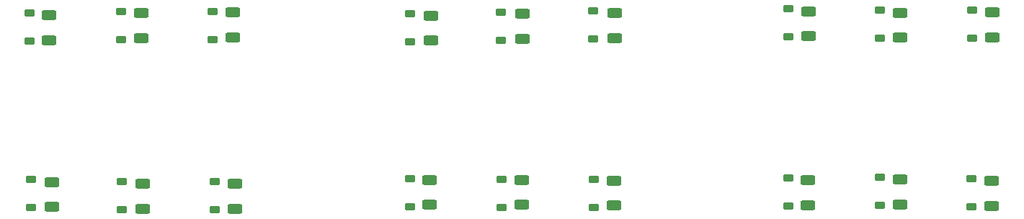
<source format=gtp>
%TF.GenerationSoftware,KiCad,Pcbnew,8.0.1*%
%TF.CreationDate,2024-05-07T00:04:45+05:00*%
%TF.ProjectId,PowerBoard,506f7765-7242-46f6-9172-642e6b696361,rev?*%
%TF.SameCoordinates,Original*%
%TF.FileFunction,Paste,Top*%
%TF.FilePolarity,Positive*%
%FSLAX46Y46*%
G04 Gerber Fmt 4.6, Leading zero omitted, Abs format (unit mm)*
G04 Created by KiCad (PCBNEW 8.0.1) date 2024-05-07 00:04:45*
%MOMM*%
%LPD*%
G01*
G04 APERTURE LIST*
G04 Aperture macros list*
%AMRoundRect*
0 Rectangle with rounded corners*
0 $1 Rounding radius*
0 $2 $3 $4 $5 $6 $7 $8 $9 X,Y pos of 4 corners*
0 Add a 4 corners polygon primitive as box body*
4,1,4,$2,$3,$4,$5,$6,$7,$8,$9,$2,$3,0*
0 Add four circle primitives for the rounded corners*
1,1,$1+$1,$2,$3*
1,1,$1+$1,$4,$5*
1,1,$1+$1,$6,$7*
1,1,$1+$1,$8,$9*
0 Add four rect primitives between the rounded corners*
20,1,$1+$1,$2,$3,$4,$5,0*
20,1,$1+$1,$4,$5,$6,$7,0*
20,1,$1+$1,$6,$7,$8,$9,0*
20,1,$1+$1,$8,$9,$2,$3,0*%
G04 Aperture macros list end*
%ADD10RoundRect,0.225000X-0.375000X0.225000X-0.375000X-0.225000X0.375000X-0.225000X0.375000X0.225000X0*%
%ADD11RoundRect,0.250000X-0.625000X0.312500X-0.625000X-0.312500X0.625000X-0.312500X0.625000X0.312500X0*%
G04 APERTURE END LIST*
D10*
%TO.C,D2*%
X228500000Y-112050000D03*
X228500000Y-115350000D03*
%TD*%
%TO.C,D9*%
X262482332Y-112348057D03*
X262482332Y-115648057D03*
%TD*%
%TO.C,D4*%
X239500000Y-132050000D03*
X239500000Y-135350000D03*
%TD*%
D11*
%TO.C,R27*%
X309232332Y-131938057D03*
X309232332Y-134863057D03*
%TD*%
%TO.C,R25*%
X330822332Y-131988057D03*
X330822332Y-134913057D03*
%TD*%
%TO.C,R3*%
X220050000Y-112537500D03*
X220050000Y-115462500D03*
%TD*%
%TO.C,R24*%
X264782332Y-131885557D03*
X264782332Y-134810557D03*
%TD*%
%TO.C,R20*%
X231050000Y-132337500D03*
X231050000Y-135262500D03*
%TD*%
D10*
%TO.C,D17*%
X317672332Y-111938057D03*
X317672332Y-115238057D03*
%TD*%
D11*
%TO.C,R1*%
X241650000Y-112187500D03*
X241650000Y-115112500D03*
%TD*%
%TO.C,R4*%
X286482332Y-112285557D03*
X286482332Y-115210557D03*
%TD*%
D10*
%TO.C,D1*%
X239250000Y-112100000D03*
X239250000Y-115400000D03*
%TD*%
%TO.C,D18*%
X328472332Y-111938057D03*
X328472332Y-115238057D03*
%TD*%
D11*
%TO.C,R19*%
X241850000Y-132337500D03*
X241850000Y-135262500D03*
%TD*%
%TO.C,R22*%
X286432332Y-131948057D03*
X286432332Y-134873057D03*
%TD*%
%TO.C,R5*%
X275632332Y-112385557D03*
X275632332Y-115310557D03*
%TD*%
D10*
%TO.C,D15*%
X306872332Y-131688057D03*
X306872332Y-134988057D03*
%TD*%
D11*
%TO.C,R7*%
X330872332Y-112175557D03*
X330872332Y-115100557D03*
%TD*%
%TO.C,R23*%
X275582332Y-131885557D03*
X275582332Y-134810557D03*
%TD*%
%TO.C,R9*%
X309272332Y-112075557D03*
X309272332Y-115000557D03*
%TD*%
D10*
%TO.C,D10*%
X284082332Y-131810557D03*
X284082332Y-135110557D03*
%TD*%
D11*
%TO.C,R8*%
X320022332Y-112225557D03*
X320022332Y-115150557D03*
%TD*%
D10*
%TO.C,D16*%
X306922332Y-111788057D03*
X306922332Y-115088057D03*
%TD*%
%TO.C,D12*%
X262432332Y-131748057D03*
X262432332Y-135048057D03*
%TD*%
%TO.C,D8*%
X273132332Y-112148057D03*
X273132332Y-115448057D03*
%TD*%
%TO.C,D7*%
X283932332Y-111998057D03*
X283932332Y-115298057D03*
%TD*%
%TO.C,D3*%
X217750000Y-112300000D03*
X217750000Y-115600000D03*
%TD*%
D11*
%TO.C,R2*%
X230900000Y-112287500D03*
X230900000Y-115212500D03*
%TD*%
%TO.C,R21*%
X220350000Y-132137500D03*
X220350000Y-135062500D03*
%TD*%
D10*
%TO.C,D13*%
X328422332Y-131700557D03*
X328422332Y-135000557D03*
%TD*%
%TO.C,D6*%
X217900000Y-131850000D03*
X217900000Y-135150000D03*
%TD*%
%TO.C,D14*%
X317672332Y-131575557D03*
X317672332Y-134875557D03*
%TD*%
%TO.C,D11*%
X273239832Y-131788057D03*
X273239832Y-135088057D03*
%TD*%
D11*
%TO.C,R26*%
X320022332Y-131825557D03*
X320022332Y-134750557D03*
%TD*%
D10*
%TO.C,D5*%
X228612500Y-132110000D03*
X228612500Y-135410000D03*
%TD*%
D11*
%TO.C,R6*%
X264882332Y-112585557D03*
X264882332Y-115510557D03*
%TD*%
M02*

</source>
